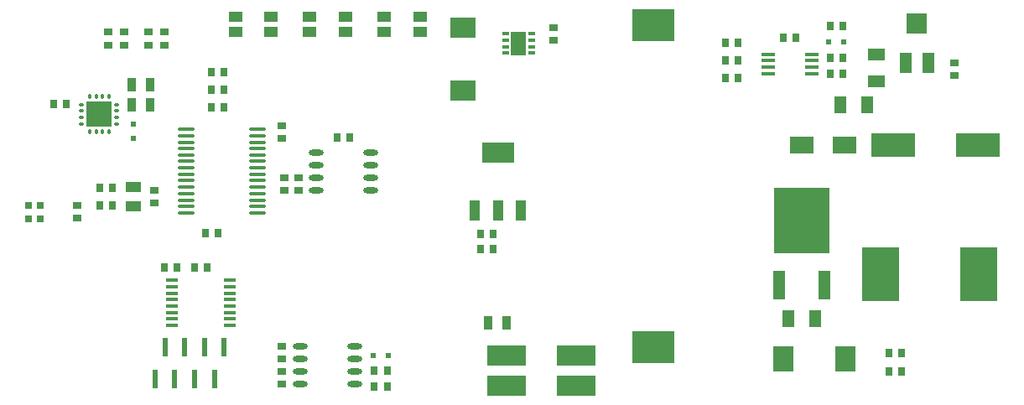
<source format=gtp>
%FSTAX23Y23*%
%MOIN*%
%SFA1B1*%

%IPPOS*%
%ADD16R,0.027559X0.037401*%
%ADD17R,0.051181X0.078740*%
%ADD18R,0.078740X0.078740*%
%ADD19R,0.173228X0.092520*%
%ADD20R,0.047244X0.116142*%
%ADD21R,0.222441X0.263779*%
%ADD22R,0.157480X0.078740*%
%ADD23R,0.084645X0.098425*%
%ADD24R,0.023622X0.072835*%
%ADD25O,0.064960X0.015748*%
%ADD26R,0.023622X0.019685*%
%ADD27R,0.062992X0.039370*%
%ADD28R,0.037401X0.027559*%
%ADD29O,0.049606X0.014173*%
%ADD30O,0.059055X0.023622*%
%ADD31R,0.031496X0.025591*%
%ADD32R,0.019685X0.023622*%
%ADD33R,0.037401X0.055118*%
%ADD34R,0.055118X0.041339*%
%ADD35O,0.055118X0.015748*%
%ADD36R,0.049212X0.068898*%
%ADD37R,0.031496X0.011811*%
%ADD38R,0.058661X0.094488*%
%ADD39R,0.098425X0.084645*%
%ADD40O,0.019685X0.015748*%
%ADD41O,0.015748X0.019685*%
%ADD42R,0.104330X0.104330*%
%ADD43R,0.151575X0.216535*%
%ADD44R,0.096457X0.068898*%
%ADD45R,0.068898X0.049212*%
%ADD46R,0.127952X0.084645*%
%ADD47R,0.039370X0.084645*%
%ADD48R,0.165354X0.125984*%
%LNnixie_board_v2.0-1*%
%LPD*%
G54D16*
X04564Y03827D03*
X04615D03*
X04564Y039D03*
X04615D03*
X04329Y052D03*
X0438D03*
X02371Y04758D03*
X02422D03*
X01898Y04375D03*
X01847D03*
X01735Y04241D03*
X01684D03*
X01855D03*
X01804D03*
X0192Y04878D03*
X01869D03*
X0192Y04947D03*
X01869D03*
X0192Y05016D03*
X01869D03*
X01295Y0489D03*
X01244D03*
X01478Y04485D03*
X01427D03*
X01478Y04558D03*
X01427D03*
X0438Y05073D03*
X04329D03*
X0438Y0501D03*
X04329D03*
X04194Y05154D03*
X04143D03*
X03964Y04992D03*
X03913D03*
X03964Y05062D03*
X03913D03*
X03964Y05132D03*
X03913D03*
X02569Y03768D03*
X02518D03*
X02569Y03831D03*
X02518D03*
X02991Y04372D03*
X0294D03*
X02991Y04312D03*
X0294D03*
G54D17*
X0472Y05054D03*
X04629D03*
G54D18*
X04675Y05211D03*
G54D19*
X04916Y04727D03*
X0458D03*
G54D20*
X04128Y04171D03*
X04308D03*
G54D21*
X04218Y04425D03*
G54D22*
X03045Y0389D03*
Y03771D03*
X0332Y0389D03*
Y03771D03*
G54D23*
X04392Y03875D03*
X04144D03*
G54D24*
X01686Y03922D03*
X01883Y03797D03*
X01725D03*
X01804D03*
X01922Y03922D03*
X01844D03*
X01765D03*
X01647Y03797D03*
G54D25*
X0177Y04483D03*
Y04457D03*
Y04559D03*
Y04508D03*
Y04534D03*
Y04636D03*
Y04585D03*
Y04611D03*
Y04662D03*
Y04687D03*
Y04764D03*
Y04713D03*
Y04738D03*
Y0479D03*
X02055Y04457D03*
Y04483D03*
Y04559D03*
Y04508D03*
Y04534D03*
Y04585D03*
Y04611D03*
Y04662D03*
Y04713D03*
Y04636D03*
Y04687D03*
Y0479D03*
Y04738D03*
Y04764D03*
G54D26*
X04325Y05137D03*
X04384D03*
X02573Y0389D03*
X02514D03*
G54D27*
X0156Y04561D03*
Y04482D03*
G54D28*
X01643Y04547D03*
Y04496D03*
X01336Y04486D03*
Y04435D03*
X02218Y04598D03*
Y04547D03*
X02159Y04598D03*
Y04547D03*
X02152Y04803D03*
Y04752D03*
X01684Y05175D03*
Y05124D03*
X01619Y05175D03*
Y05124D03*
X01525Y05175D03*
Y05124D03*
X0146Y05175D03*
Y05124D03*
X04825Y05054D03*
Y05003D03*
X03229Y05194D03*
Y05142D03*
X0215Y03826D03*
Y03775D03*
Y03926D03*
Y03875D03*
G54D29*
X01944Y04189D03*
Y04163D03*
Y04112D03*
Y04138D03*
Y04087D03*
Y04036D03*
Y04061D03*
Y0401D03*
X01715Y04189D03*
Y04087D03*
Y04163D03*
Y04138D03*
Y04061D03*
Y04112D03*
Y0401D03*
Y04036D03*
G54D30*
X02503Y04698D03*
Y04648D03*
Y04598D03*
Y04548D03*
X02286D03*
Y04698D03*
Y04648D03*
Y04598D03*
X02439Y03926D03*
Y03876D03*
Y03826D03*
Y03776D03*
X02223D03*
Y03926D03*
Y03876D03*
Y03826D03*
G54D31*
X0119Y04486D03*
Y04433D03*
X01143Y04486D03*
Y04433D03*
G54D32*
X0156Y04811D03*
Y04752D03*
G54D33*
X01626Y04888D03*
X01553D03*
X01626Y04968D03*
X01553D03*
X02972Y04019D03*
X03045D03*
G54D34*
X02107Y05235D03*
Y05178D03*
X01966Y05235D03*
Y05178D03*
X027Y05235D03*
Y05178D03*
X02558Y05235D03*
Y05178D03*
X02403Y05235D03*
Y05178D03*
X02262Y05235D03*
Y05178D03*
G54D35*
X04256Y05088D03*
Y05062D03*
Y05037D03*
Y05011D03*
X04083D03*
Y05088D03*
Y05062D03*
Y05037D03*
G54D36*
X04272Y04036D03*
X04164D03*
X04478Y04888D03*
X0437D03*
G54D37*
X03145Y05169D03*
Y05117D03*
Y05143D03*
Y05092D03*
X03039D03*
Y05169D03*
Y05117D03*
Y05143D03*
G54D38*
X03092Y0513D03*
G54D39*
X02869Y05192D03*
Y04944D03*
G54D40*
X01495Y04888D03*
Y04862D03*
Y04811D03*
Y04837D03*
X01355Y04811D03*
Y04888D03*
Y04837D03*
Y04862D03*
G54D41*
X01464Y04919D03*
X01438D03*
X01464Y0478D03*
X01438D03*
X01413D03*
X01387Y04919D03*
X01413D03*
X01387Y0478D03*
G54D42*
X01425Y0485D03*
G54D43*
X04529Y04213D03*
X0492D03*
G54D44*
X04387Y04727D03*
X04218D03*
G54D45*
X04513Y05087D03*
Y04979D03*
G54D46*
X03009Y04697D03*
G54D47*
X03099Y04467D03*
X02918D03*
X03009D03*
G54D48*
X03626Y05202D03*
Y03922D03*
M02*
</source>
